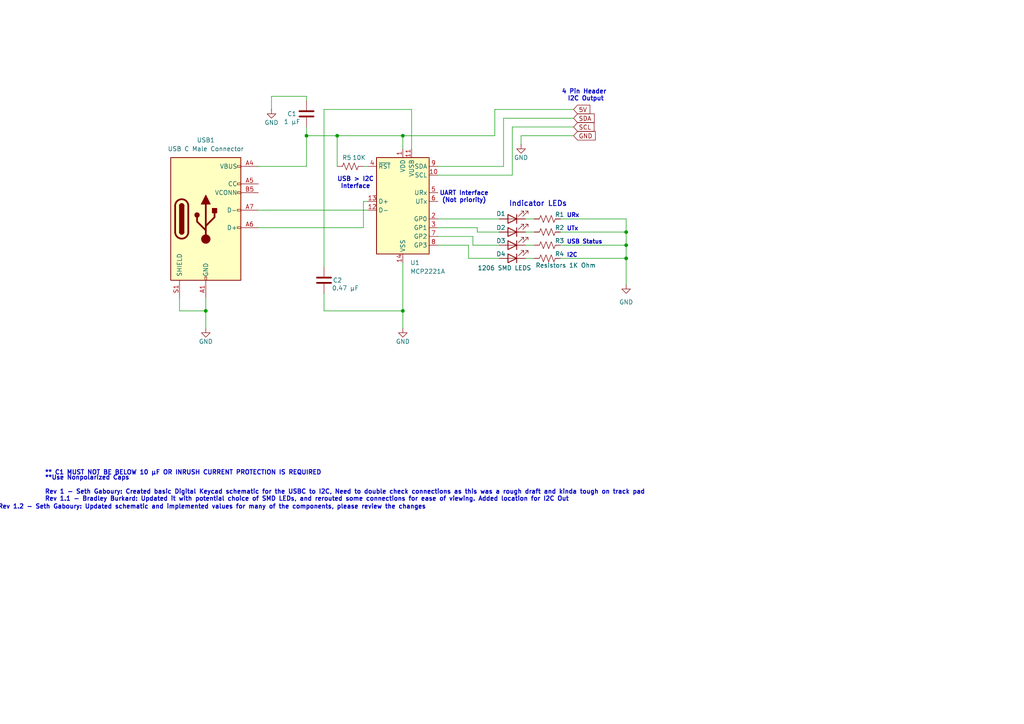
<source format=kicad_sch>
(kicad_sch (version 20250114) (generator "eeschema") (generator_version "9.0")
  (paper "A4")
  (lib_symbols
    (symbol "Connector:USB_C_Plug_USB2.0" (pin_names (offset 1.016))
      (property "Reference" "P" (at -10.16 19.05 0))
      (property "Value" "USB_C_Plug_USB2.0" (at 12.7 19.05 0))
      (symbol "USB_C_Plug_USB2.0_0_0"
        (rectangle (start -0.254 -17.78) (end 0.254 -16.764))
        (rectangle (start 10.16 15.494) (end 9.144 14.986))
        (rectangle (start 10.16 10.414) (end 9.144 9.906))
        (rectangle (start 10.16 7.874) (end 9.144 7.366))
        (rectangle (start 10.16 2.794) (end 9.144 2.286))
        (rectangle (start 10.16 -2.286) (end 9.144 -2.794))
      )
      (symbol "USB_C_Plug_USB2.0_0_1"
        (rectangle (start -10.16 17.78) (end 10.16 -17.78) (stroke (width 0.254)) (fill (type background)))
        (polyline (pts (xy -8.89 -3.81) (xy -8.89 3.81)) (stroke (width 0.508)))
        (rectangle (start -7.62 -3.81) (end -6.35 3.81) (stroke (width 0.254)) (fill (type outline)))
        (arc (start -7.62 3.81) (mid -6.985 4.4423) (end -6.35 3.81) (stroke (width 0.254)))
        (arc (start -7.62 3.81) (mid -6.985 4.4423) (end -6.35 3.81) (stroke (width 0.254)) (fill (type outline)))
        (arc (start -8.89 3.81) (mid -6.985 5.7067) (end -5.08 3.81) (stroke (width 0.508)))
        (arc (start -5.08 -3.81) (mid -6.985 -5.7067) (end -8.89 -3.81) (stroke (width 0.508)))
        (arc (start -6.35 -3.81) (mid -6.985 -4.4423) (end -7.62 -3.81) (stroke (width 0.254)))
        (arc (start -6.35 -3.81) (mid -6.985 -4.4423) (end -7.62 -3.81) (stroke (width 0.254)) (fill (type outline)))
        (polyline (pts (xy -5.08 3.81) (xy -5.08 -3.81)) (stroke (width 0.508)))
        (circle (center -2.54 1.143) (radius 0.635) (stroke (width 0.254)) (fill (type outline)))
        (polyline (pts (xy -1.27 4.318) (xy 0 6.858) (xy 1.27 4.318) (xy -1.27 4.318)) (stroke (width 0.254)) (fill (type outline)))
        (polyline (pts (xy 0 -2.032) (xy 2.54 0.508) (xy 2.54 1.778)) (stroke (width 0.508)))
        (polyline (pts (xy 0 -3.302) (xy -2.54 -0.762) (xy -2.54 0.508)) (stroke (width 0.508)))
        (polyline (pts (xy 0 -5.842) (xy 0 4.318)) (stroke (width 0.508)))
        (circle (center 0 -5.842) (radius 1.27) (fill (type outline)))
        (rectangle (start 1.905 1.778) (end 3.175 3.048) (stroke (width 0.254)) (fill (type outline)))
      )
      (symbol "USB_C_Plug_USB2.0_1_1"
        (pin passive line (at -7.62 -22.86 90) (length 5.08) (name "SHIELD") (number "S1"))
        (pin passive line (at 0 -22.86 90) (length 5.08) (name "GND") (number "A1"))
        (pin passive line (at 0 -22.86 90) (length 5.08) (hide yes) (name "GND") (number "A12"))
        (pin passive line (at 0 -22.86 90) (length 5.08) (hide yes) (name "GND") (number "B1"))
        (pin passive line (at 0 -22.86 90) (length 5.08) (hide yes) (name "GND") (number "B12"))
        (pin passive line (at 15.24 15.24 180) (length 5.08) (name "VBUS") (number "A4"))
        (pin passive line (at 15.24 15.24 180) (length 5.08) (hide yes) (name "VBUS") (number "A9"))
        (pin passive line (at 15.24 15.24 180) (length 5.08) (hide yes) (name "VBUS") (number "B4"))
        (pin passive line (at 15.24 15.24 180) (length 5.08) (hide yes) (name "VBUS") (number "B9"))
        (pin bidirectional line (at 15.24 10.16 180) (length 5.08) (name "CC") (number "A5"))
        (pin bidirectional line (at 15.24 7.62 180) (length 5.08) (name "VCONN") (number "B5"))
        (pin bidirectional line (at 15.24 2.54 180) (length 5.08) (name "D-") (number "A7"))
        (pin bidirectional line (at 15.24 -2.54 180) (length 5.08) (name "D+") (number "A6"))
      )
    )
    (symbol "Device:C" (pin_numbers (hide yes)) (pin_names (offset 0.254))
      (property "Reference" "C" (at 0.635 2.54 0))
      (property "Value" "C" (at 0.635 -2.54 0))
      (symbol "C_0_1"
        (polyline (pts (xy -2.032 0.762) (xy 2.032 0.762)) (stroke (width 0.508)))
        (polyline (pts (xy -2.032 -0.762) (xy 2.032 -0.762)) (stroke (width 0.508)))
      )
      (symbol "C_1_1"
        (pin passive line (at 0 3.81 270) (length 2.794) (name "~") (number "1"))
        (pin passive line (at 0 -3.81 90) (length 2.794) (name "~") (number "2"))
      )
    )
    (symbol "Device:R_US" (pin_numbers (hide yes)) (pin_names (offset 0))
      (property "Reference" "R" (at 2.54 0 90))
      (property "Value" "R_US" (at -2.54 0 90))
      (symbol "R_US_0_1"
        (polyline (pts (xy 0 2.286) (xy 0 2.54)))
        (polyline (pts (xy 0 2.286) (xy 1.016 1.905) (xy 0 1.524) (xy -1.016 1.143) (xy 0 0.762)))
        (polyline (pts (xy 0 0.762) (xy 1.016 0.381) (xy 0 0) (xy -1.016 -0.381) (xy 0 -0.762)))
        (polyline (pts (xy 0 -0.762) (xy 1.016 -1.143) (xy 0 -1.524) (xy -1.016 -1.905) (xy 0 -2.286)))
        (polyline (pts (xy 0 -2.286) (xy 0 -2.54)))
      )
      (symbol "R_US_1_1"
        (pin passive line (at 0 3.81 270) (length 1.27) (name "~") (number "1"))
        (pin passive line (at 0 -3.81 90) (length 1.27) (name "~") (number "2"))
      )
    )
    (symbol "Interface_USB:MCP2221AxP"
      (property "Reference" "U" (at -7.62 16.51 0))
      (property "Value" "MCP2221AxP" (at 12.7 16.51 0))
      (symbol "MCP2221AxP_0_1"
        (rectangle (start -7.62 15.24) (end 7.62 -12.7) (stroke (width 0.254)) (fill (type background)))
      )
      (symbol "MCP2221AxP_1_1"
        (pin input line (at -10.16 12.7 0) (length 2.54) (name "~{RST}") (number "4"))
        (pin bidirectional line (at -10.16 2.54 0) (length 2.54) (name "D+") (number "13"))
        (pin bidirectional line (at -10.16 0 0) (length 2.54) (name "D-") (number "12"))
        (pin power_in line (at 0 17.78 270) (length 2.54) (name "VDD") (number "1"))
        (pin power_in line (at 0 -15.24 90) (length 2.54) (name "VSS") (number "14"))
        (pin passive line (at 2.54 17.78 270) (length 2.54) (name "VUSB") (number "11"))
        (pin bidirectional line (at 10.16 12.7 180) (length 2.54) (name "SDA") (number "9"))
        (pin bidirectional line (at 10.16 10.16 180) (length 2.54) (name "SCL") (number "10"))
        (pin input line (at 10.16 5.08 180) (length 2.54) (name "URx") (number "5"))
        (pin output line (at 10.16 2.54 180) (length 2.54) (name "UTx") (number "6"))
        (pin bidirectional line (at 10.16 -2.54 180) (length 2.54) (name "GP0") (number "2"))
        (pin bidirectional line (at 10.16 -5.08 180) (length 2.54) (name "GP1") (number "3"))
        (pin bidirectional line (at 10.16 -7.62 180) (length 2.54) (name "GP2") (number "7"))
        (pin bidirectional line (at 10.16 -10.16 180) (length 2.54) (name "GP3") (number "8"))
      )
    )
    (symbol "LED:IR26-21C_L110_TR8" (pin_numbers (hide yes)) (pin_names (offset 1.016) (hide yes))
      (property "Reference" "D" (at 0 2.54 0))
      (property "Value" "IR26-21C_L110_TR8" (at 0 -3.81 0))
      (symbol "IR26-21C_L110_TR8_0_1"
        (polyline (pts (xy -3.048 -0.762) (xy -4.572 -2.286) (xy -3.81 -2.286) (xy -4.572 -2.286) (xy -4.572 -1.524)))
        (polyline (pts (xy -1.778 -0.762) (xy -3.302 -2.286) (xy -2.54 -2.286) (xy -3.302 -2.286) (xy -3.302 -1.524)))
        (polyline (pts (xy -1.27 0) (xy 1.27 0)))
        (polyline (pts (xy -1.27 -1.27) (xy -1.27 1.27)) (stroke (width 0.254)))
        (polyline (pts (xy 1.27 -1.27) (xy 1.27 1.27) (xy -1.27 0) (xy 1.27 -1.27)) (stroke (width 0.254)))
      )
      (symbol "IR26-21C_L110_TR8_1_1"
        (pin passive line (at -3.81 0 0) (length 2.54) (name "K") (number "1"))
        (pin passive line (at 3.81 0 180) (length 2.54) (name "A") (number "2"))
      )
    )
    (symbol "power:GND" (power) (pin_numbers (hide yes)) (pin_names (offset 0) (hide yes))
      (property "Value" "GND" (at 0 -3.81 0))
      (symbol "GND_0_1"
        (polyline (pts (xy 0 0) (xy 0 -1.27) (xy 1.27 -1.27) (xy 0 -2.54) (xy -1.27 -1.27) (xy 0 -1.27)))
      )
      (symbol "GND_1_1"
        (pin power_in line (at 0 0 270) (length 0) (name "~") (number "1"))
      )
    )
  )
  (text "**Use Nonpolarized Caps\n\nRev 1 - Seth Gaboury: Created basic Digital Keycad schematic for the USBC to I2C, Need to double check connections as this was a rough draft and kinda tough on track pad\nRev 1.1 - Bradley Burkard: Updated it with potential choice of SMD LEDs, and rerouted some connections for ease of viewing. Added location for I2C Out\n " (at 12.954 142.748 0) (effects (font (size 1.27 1.27) (thickness 0.254) (bold yes)) (justify left)))
  (text "Rev 1.2 - Seth Gaboury: Updated schematic and implemented values for many of the components, please review the changes \n" (at 61.976 147.066 0) (effects (font (size 1.27 1.27) (thickness 0.254) (bold yes))))
  (text "UART Interface\n(Not priority)\n" (at 134.62 57.15 0) (effects (font (size 1.27 1.27) (thickness 0.254) (bold yes))))
  (text "Indicator LEDs\n" (at 147.574 59.182 0) (effects (font (size 1.524 1.524) (thickness 0.254) (bold yes)) (justify left)))
  (text "** C1 MUST NOT BE BELOW 10 μF OR INRUSH CURRENT PROTECTION IS REQUIRED " (at 53.594 137.16 0) (effects (font (size 1.27 1.27) (thickness 0.254) (bold yes))))
  (text "I2C Output\n" (at 164.592 28.702 0) (effects (font (size 1.27 1.27) (thickness 0.254) (bold yes)) (justify left)))
  (text "4 Pin Header" (at 169.418 26.67 0) (effects (font (size 1.27 1.27) (thickness 0.254) (bold yes))))
  (text "URx\n\nUTx\n\nUSB Status\n\nI2C" (at 164.338 68.326 0) (effects (font (size 1.1938 1.1938) (thickness 0.254) (bold yes)) (justify left)))
  (text "USB > I2C\nInterface\n\n" (at 103.124 54.102 0) (effects (font (size 1.27 1.27) (thickness 0.254) (bold yes))))
  (junction (at 181.61 67.31))
  (junction (at 116.84 39.37))
  (junction (at 88.9 39.37))
  (junction (at 97.79 39.37))
  (junction (at 59.69 90.17))
  (junction (at 181.61 71.12))
  (junction (at 116.84 90.17))
  (junction (at 181.61 74.93))
  (wire (pts (xy 138.43 66.04) (xy 138.43 67.31)))
  (wire (pts (xy 88.9 36.83) (xy 88.9 39.37)))
  (wire (pts (xy 116.84 39.37) (xy 116.84 43.18)))
  (wire (pts (xy 146.05 48.26) (xy 146.05 34.29)))
  (wire (pts (xy 148.59 50.8) (xy 148.59 36.83)))
  (wire (pts (xy 166.37 39.37) (xy 151.13 39.37)))
  (wire (pts (xy 137.16 71.12) (xy 144.78 71.12)))
  (wire (pts (xy 119.38 31.75) (xy 119.38 43.18)))
  (wire (pts (xy 162.56 63.5) (xy 181.61 63.5)))
  (wire (pts (xy 88.9 39.37) (xy 97.79 39.37)))
  (wire (pts (xy 78.74 27.94) (xy 88.9 27.94)))
  (wire (pts (xy 137.16 68.58) (xy 137.16 71.12)))
  (wire (pts (xy 88.9 39.37) (xy 88.9 48.26)))
  (wire (pts (xy 97.79 39.37) (xy 97.79 48.26)))
  (wire (pts (xy 138.43 67.31) (xy 144.78 67.31)))
  (wire (pts (xy 127 68.58) (xy 137.16 68.58)))
  (wire (pts (xy 152.4 74.93) (xy 154.94 74.93)))
  (wire (pts (xy 181.61 63.5) (xy 181.61 67.31)))
  (wire (pts (xy 93.98 90.17) (xy 116.84 90.17)))
  (wire (pts (xy 59.69 86.36) (xy 59.69 90.17)))
  (wire (pts (xy 148.59 36.83) (xy 166.37 36.83)))
  (wire (pts (xy 135.89 71.12) (xy 135.89 74.93)))
  (wire (pts (xy 143.51 39.37) (xy 143.51 31.75)))
  (wire (pts (xy 74.93 60.96) (xy 106.68 60.96)))
  (wire (pts (xy 146.05 34.29) (xy 166.37 34.29)))
  (wire (pts (xy 88.9 29.21) (xy 88.9 27.94)))
  (wire (pts (xy 59.69 95.25) (xy 59.69 90.17)))
  (wire (pts (xy 152.4 67.31) (xy 154.94 67.31)))
  (wire (pts (xy 93.98 77.47) (xy 93.98 31.75)))
  (wire (pts (xy 97.79 39.37) (xy 116.84 39.37)))
  (wire (pts (xy 127 66.04) (xy 138.43 66.04)))
  (wire (pts (xy 162.56 74.93) (xy 181.61 74.93)))
  (wire (pts (xy 78.74 27.94) (xy 78.74 31.75)))
  (wire (pts (xy 151.13 39.37) (xy 151.13 41.91)))
  (wire (pts (xy 181.61 74.93) (xy 181.61 82.55)))
  (wire (pts (xy 74.93 66.04) (xy 105.41 66.04)))
  (wire (pts (xy 127 63.5) (xy 144.78 63.5)))
  (wire (pts (xy 135.89 74.93) (xy 144.78 74.93)))
  (wire (pts (xy 74.93 48.26) (xy 88.9 48.26)))
  (wire (pts (xy 116.84 76.2) (xy 116.84 90.17)))
  (wire (pts (xy 162.56 67.31) (xy 181.61 67.31)))
  (wire (pts (xy 181.61 71.12) (xy 181.61 74.93)))
  (wire (pts (xy 52.07 86.36) (xy 52.07 90.17)))
  (wire (pts (xy 93.98 31.75) (xy 119.38 31.75)))
  (wire (pts (xy 116.84 39.37) (xy 143.51 39.37)))
  (wire (pts (xy 116.84 90.17) (xy 116.84 95.25)))
  (wire (pts (xy 127 50.8) (xy 148.59 50.8)))
  (wire (pts (xy 143.51 31.75) (xy 166.37 31.75)))
  (wire (pts (xy 152.4 63.5) (xy 154.94 63.5)))
  (wire (pts (xy 127 71.12) (xy 135.89 71.12)))
  (wire (pts (xy 181.61 67.31) (xy 181.61 71.12)))
  (wire (pts (xy 105.41 48.26) (xy 106.68 48.26)))
  (wire (pts (xy 105.41 66.04) (xy 105.41 58.42)))
  (wire (pts (xy 93.98 85.09) (xy 93.98 90.17)))
  (wire (pts (xy 52.07 90.17) (xy 59.69 90.17)))
  (wire (pts (xy 105.41 58.42) (xy 106.68 58.42)))
  (wire (pts (xy 162.56 71.12) (xy 181.61 71.12)))
  (wire (pts (xy 127 48.26) (xy 146.05 48.26)))
  (wire (pts (xy 152.4 71.12) (xy 154.94 71.12)))
  (global_label "5V" (shape input) (at 166.37 31.75 0) (property "Intersheetrefs" "${INTERSHEET_REFS}" (effects (hide yes))))
  (global_label "SDA" (shape input) (at 166.37 34.29 0) (property "Intersheetrefs" "${INTERSHEET_REFS}" (effects (hide yes))))
  (global_label "GND" (shape input) (at 166.37 39.37 0) (property "Intersheetrefs" "${INTERSHEET_REFS}" (effects (hide yes))))
  (global_label "SCL" (shape input) (at 166.37 36.83 0) (property "Intersheetrefs" "${INTERSHEET_REFS}" (effects (hide yes))))
  (symbol (lib_id "Connector:USB_C_Plug_USB2.0") (at 59.69 63.5 0) (unit 1)
    (property "Reference" "USB1" (at 59.69 40.64 0))
    (property "Value" "USB C Male Connector" (at 59.69 43.18 0))
    (property "Datasheet" "https://www.usb.org/sites/default/files/documents/usb_type-c.zip" (effects (hide yes)))
    (property "Description" "USB 2.0-only Type-C Plug connector" (effects (hide yes)))
  )
  (symbol (lib_id "LED:IR26-21C_L110_TR8") (at 148.59 67.31 180) (unit 1)
    (property "Reference" "D2" (at 145.288 66.04 0))
    (property "Value" "IR26-21C_L110_TR8" (effects (hide yes)))
    (property "Footprint" "LED_SMD:LED_1206_3216Metric" (effects (hide yes)))
    (property "Datasheet" "http://www.everlight.com/file/ProductFile/IR26-21C-L110-TR8.pdf" (effects (hide yes)))
    (property "Description" "940nm, 20 deg, Infrared LED, 1206" (effects (hide yes)))
  )
  (symbol (lib_id "power:GND") (at 181.61 82.55 0) (unit 1)
    (property "Reference" "#PWR02" (effects (hide yes)))
    (property "Value" "GND" (at 181.61 87.63 0))
    (property "Description" "Power symbol creates a global label with name \"GND\" , ground" (effects (hide yes)))
  )
  (symbol (lib_id "LED:IR26-21C_L110_TR8") (at 148.59 71.12 180) (unit 1)
    (property "Reference" "D3" (at 145.288 69.85 0))
    (property "Value" "IR26-21C_L110_TR8" (effects (hide yes)))
    (property "Footprint" "LED_SMD:LED_1206_3216Metric" (effects (hide yes)))
    (property "Datasheet" "http://www.everlight.com/file/ProductFile/IR26-21C-L110-TR8.pdf" (effects (hide yes)))
    (property "Description" "940nm, 20 deg, Infrared LED, 1206" (effects (hide yes)))
  )
  (symbol (lib_id "Device:C") (at 88.9 33.02 0) (unit 1)
    (property "Reference" "C1" (at 83.312 33.02 0) (effects (justify left)))
    (property "Value" "1 μF" (at 82.296 35.306 0) (effects (justify left)))
    (property "Description" "Unpolarized capacitor" (effects (hide yes)))
  )
  (symbol (lib_id "Device:R_US") (at 158.75 71.12 90) (unit 1)
    (property "Reference" "R3" (at 162.306 69.85 90))
    (property "Value" "R_US" (effects (hide yes)))
    (property "Description" "Resistor, US symbol" (effects (hide yes)))
  )
  (symbol (lib_id "Device:R_US") (at 158.75 74.93 90) (unit 1)
    (property "Reference" "R4" (at 162.306 73.66 90))
    (property "Value" "R_US" (effects (hide yes)))
    (property "Description" "Resistor, US symbol" (effects (hide yes)))
  )
  (symbol (lib_id "Device:C") (at 93.98 81.28 0) (unit 1)
    (property "Reference" "C2" (at 96.52 81.28 0) (effects (justify left)))
    (property "Value" "0.47 μF" (at 96.266 83.566 0) (effects (justify left)))
    (property "Description" "Unpolarized capacitor" (effects (hide yes)))
  )
  (symbol (lib_id "power:GND") (at 78.74 31.75 0) (unit 1)
    (property "Reference" "#PWR05" (effects (hide yes)))
    (property "Value" "GND" (at 78.74 35.56 0))
    (property "Description" "Power symbol creates a global label with name \"GND\" , ground" (effects (hide yes)))
  )
  (symbol (lib_id "power:GND") (at 116.84 95.25 0) (unit 1)
    (property "Reference" "#PWR03" (effects (hide yes)))
    (property "Value" "GND" (at 116.84 99.06 0))
    (property "Description" "Power symbol creates a global label with name \"GND\" , ground" (effects (hide yes)))
  )
  (symbol (lib_id "power:GND") (at 151.13 41.91 0) (unit 1)
    (property "Reference" "#PWR07" (effects (hide yes)))
    (property "Value" "GND" (at 151.13 45.72 0))
    (property "Description" "Power symbol creates a global label with name \"GND\" , ground" (effects (hide yes)))
  )
  (symbol (lib_id "power:GND") (at 59.69 95.25 0) (unit 1)
    (property "Reference" "#PWR01" (effects (hide yes)))
    (property "Value" "GND" (at 59.69 99.06 0))
    (property "Description" "Power symbol creates a global label with name \"GND\" , ground" (effects (hide yes)))
  )
  (symbol (lib_id "Device:R_US") (at 158.75 63.5 90) (unit 1)
    (property "Reference" "R1" (at 162.306 62.23 90))
    (property "Value" "Resistors 1K Ohm" (at 164.084 76.962 90))
    (property "Description" "Resistor, US symbol" (effects (hide yes)))
  )
  (symbol (lib_id "Interface_USB:MCP2221AxP") (at 116.84 60.96 0) (unit 1)
    (property "Reference" "U1" (at 118.9833 76.2 0) (effects (justify left)))
    (property "Value" "MCP2221A" (at 118.9833 78.74 0) (effects (justify left)))
    (property "Footprint" "Package_DIP:DIP-14_W7.62mm" (effects (hide yes)))
    (property "Datasheet" "http://ww1.microchip.com/downloads/en/DeviceDoc/20005565B.pdf" (effects (hide yes)))
    (property "Description" "USB to I2C/UART Protocol Converter with GPIO, DIP-14" (effects (hide yes)))
  )
  (symbol (lib_id "LED:IR26-21C_L110_TR8") (at 148.59 74.93 180) (unit 1)
    (property "Reference" "D4" (at 145.288 73.66 0))
    (property "Value" "IR26-21C_L110_TR8" (effects (hide yes)))
    (property "Footprint" "LED_SMD:LED_1206_3216Metric" (effects (hide yes)))
    (property "Datasheet" "http://www.everlight.com/file/ProductFile/IR26-21C-L110-TR8.pdf" (effects (hide yes)))
    (property "Description" "940nm, 20 deg, Infrared LED, 1206" (effects (hide yes)))
  )
  (symbol (lib_id "Device:R_US") (at 101.6 48.26 270) (unit 1)
    (property "Reference" "R5" (at 100.584 45.72 90))
    (property "Value" "10K" (at 104.14 45.72 90))
    (property "Description" "Resistor, US symbol" (effects (hide yes)))
  )
  (symbol (lib_id "Device:R_US") (at 158.75 67.31 90) (unit 1)
    (property "Reference" "R2" (at 162.306 66.04 90))
    (property "Value" "R_US" (effects (hide yes)))
    (property "Description" "Resistor, US symbol" (effects (hide yes)))
  )
  (symbol (lib_id "LED:IR26-21C_L110_TR8") (at 148.59 63.5 180) (unit 1)
    (property "Reference" "D1" (at 145.288 61.976 0))
    (property "Value" "1206 SMD LEDS" (at 146.304 77.724 0))
    (property "Footprint" "LED_SMD:LED_1206_3216Metric" (effects (hide yes)))
    (property "Datasheet" "http://www.everlight.com/file/ProductFile/IR26-21C-L110-TR8.pdf" (effects (hide yes)))
    (property "Description" "940nm, 20 deg, Infrared LED, 1206" (effects (hide yes)))
  )
)
</source>
